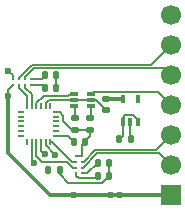
<source format=gtl>
G04 #@! TF.GenerationSoftware,KiCad,Pcbnew,9.0.4*
G04 #@! TF.CreationDate,2025-09-29T17:09:58+02:00*
G04 #@! TF.ProjectId,icm_20948_breakout,69636d5f-3230-4393-9438-5f627265616b,rev?*
G04 #@! TF.SameCoordinates,Original*
G04 #@! TF.FileFunction,Copper,L1,Top*
G04 #@! TF.FilePolarity,Positive*
%FSLAX46Y46*%
G04 Gerber Fmt 4.6, Leading zero omitted, Abs format (unit mm)*
G04 Created by KiCad (PCBNEW 9.0.4) date 2025-09-29 17:09:58*
%MOMM*%
%LPD*%
G01*
G04 APERTURE LIST*
G04 Aperture macros list*
%AMRoundRect*
0 Rectangle with rounded corners*
0 $1 Rounding radius*
0 $2 $3 $4 $5 $6 $7 $8 $9 X,Y pos of 4 corners*
0 Add a 4 corners polygon primitive as box body*
4,1,4,$2,$3,$4,$5,$6,$7,$8,$9,$2,$3,0*
0 Add four circle primitives for the rounded corners*
1,1,$1+$1,$2,$3*
1,1,$1+$1,$4,$5*
1,1,$1+$1,$6,$7*
1,1,$1+$1,$8,$9*
0 Add four rect primitives between the rounded corners*
20,1,$1+$1,$2,$3,$4,$5,0*
20,1,$1+$1,$4,$5,$6,$7,0*
20,1,$1+$1,$6,$7,$8,$9,0*
20,1,$1+$1,$8,$9,$2,$3,0*%
G04 Aperture macros list end*
G04 #@! TA.AperFunction,BGAPad,CuDef*
%ADD10C,0.265000*%
G04 #@! TD*
G04 #@! TA.AperFunction,SMDPad,CuDef*
%ADD11RoundRect,0.140000X0.140000X0.170000X-0.140000X0.170000X-0.140000X-0.170000X0.140000X-0.170000X0*%
G04 #@! TD*
G04 #@! TA.AperFunction,SMDPad,CuDef*
%ADD12RoundRect,0.140000X-0.140000X-0.170000X0.140000X-0.170000X0.140000X0.170000X-0.140000X0.170000X0*%
G04 #@! TD*
G04 #@! TA.AperFunction,SMDPad,CuDef*
%ADD13RoundRect,0.140000X0.170000X-0.140000X0.170000X0.140000X-0.170000X0.140000X-0.170000X-0.140000X0*%
G04 #@! TD*
G04 #@! TA.AperFunction,SMDPad,CuDef*
%ADD14RoundRect,0.050000X-0.225000X-0.050000X0.225000X-0.050000X0.225000X0.050000X-0.225000X0.050000X0*%
G04 #@! TD*
G04 #@! TA.AperFunction,SMDPad,CuDef*
%ADD15RoundRect,0.050000X0.050000X-0.225000X0.050000X0.225000X-0.050000X0.225000X-0.050000X-0.225000X0*%
G04 #@! TD*
G04 #@! TA.AperFunction,ComponentPad*
%ADD16R,1.700000X1.700000*%
G04 #@! TD*
G04 #@! TA.AperFunction,ComponentPad*
%ADD17C,1.700000*%
G04 #@! TD*
G04 #@! TA.AperFunction,SMDPad,CuDef*
%ADD18RoundRect,0.100000X0.100000X-0.225000X0.100000X0.225000X-0.100000X0.225000X-0.100000X-0.225000X0*%
G04 #@! TD*
G04 #@! TA.AperFunction,SMDPad,CuDef*
%ADD19RoundRect,0.087500X0.250000X0.087500X-0.250000X0.087500X-0.250000X-0.087500X0.250000X-0.087500X0*%
G04 #@! TD*
G04 #@! TA.AperFunction,ViaPad*
%ADD20C,0.600000*%
G04 #@! TD*
G04 #@! TA.AperFunction,Conductor*
%ADD21C,0.180000*%
G04 #@! TD*
G04 #@! TA.AperFunction,Conductor*
%ADD22C,0.300000*%
G04 #@! TD*
G04 APERTURE END LIST*
D10*
X124340000Y-83700000D03*
X124340000Y-84200000D03*
X123840000Y-83700000D03*
X123840000Y-84200000D03*
X123340000Y-83700000D03*
X123340000Y-84200000D03*
X122840000Y-83700000D03*
X122840000Y-84200000D03*
D11*
X126500000Y-84500000D03*
X125540000Y-84500000D03*
D12*
X128000000Y-89000000D03*
X128960000Y-89000000D03*
D11*
X132800000Y-88824999D03*
X131840000Y-88824999D03*
D13*
X130700000Y-86360000D03*
X130700000Y-85400000D03*
D12*
X125820000Y-91400000D03*
X126780000Y-91400000D03*
D14*
X123500000Y-86500000D03*
X123500000Y-86900000D03*
X123500000Y-87300000D03*
X123500000Y-87700000D03*
X123500000Y-88100000D03*
X123500000Y-88500000D03*
D15*
X124000000Y-89000000D03*
X124400000Y-89000000D03*
X124800000Y-89000000D03*
X125200000Y-89000000D03*
X125600000Y-89000000D03*
X126000000Y-89000000D03*
D14*
X126500000Y-88500000D03*
X126500000Y-88100000D03*
X126500000Y-87700000D03*
X126500000Y-87300000D03*
X126500000Y-86900000D03*
X126500000Y-86500000D03*
D15*
X126000000Y-86000000D03*
X125600000Y-86000000D03*
X125200000Y-86000000D03*
X124800000Y-86000000D03*
X124400000Y-86000000D03*
X124000000Y-86000000D03*
D11*
X130960000Y-91900000D03*
X130000000Y-91900000D03*
D13*
X129378500Y-87980000D03*
X129378500Y-87020000D03*
D10*
X128700000Y-91700000D03*
X128200000Y-91700000D03*
X128700000Y-91200000D03*
X128200000Y-91200000D03*
X128700000Y-90700000D03*
X128200000Y-90700000D03*
X128700000Y-90200000D03*
X128200000Y-90200000D03*
D16*
X136200000Y-93520000D03*
D17*
X136200000Y-90980000D03*
X136200000Y-88440000D03*
X136200000Y-85900000D03*
X136200000Y-83360000D03*
X136200000Y-80820000D03*
X136200000Y-78280000D03*
D13*
X128078500Y-87980000D03*
X128078500Y-87020000D03*
D18*
X132100000Y-87324999D03*
X132750000Y-87324999D03*
X133400000Y-87324999D03*
X133400000Y-85424999D03*
X132100000Y-85424999D03*
D11*
X130960000Y-90800000D03*
X130000000Y-90800000D03*
D19*
X129403500Y-85974006D03*
X129403500Y-85474006D03*
X129403500Y-84974006D03*
X127978500Y-84974006D03*
X127978500Y-85474006D03*
X127978500Y-85974006D03*
D11*
X126500000Y-83400000D03*
X125540000Y-83400000D03*
D20*
X126500000Y-83400000D03*
X126411416Y-90110000D03*
X130700000Y-86360000D03*
X132800000Y-88824999D03*
X122440000Y-83000000D03*
X130960000Y-90800000D03*
X128100000Y-87980000D03*
X131100000Y-93520000D03*
X130000000Y-90800000D03*
X131900000Y-93520000D03*
X128000000Y-89000000D03*
X129378500Y-87020000D03*
X131840000Y-88824999D03*
X125540000Y-83400000D03*
X122400000Y-85100000D03*
X128000000Y-93520000D03*
X130700000Y-85400000D03*
X124597451Y-90831838D03*
X130000000Y-91900000D03*
X128078500Y-87020000D03*
X125540000Y-84500000D03*
X125820000Y-91400000D03*
X125517194Y-90082806D03*
D21*
X126787922Y-86500000D02*
X127100000Y-86812078D01*
X130960000Y-91900000D02*
X130960000Y-90800000D01*
X129403500Y-85474006D02*
X129814006Y-85474006D01*
X128200000Y-90200000D02*
X128700000Y-90200000D01*
X128960000Y-89000000D02*
X128960000Y-88940000D01*
X122840000Y-83400000D02*
X122440000Y-83000000D01*
X126500000Y-83400000D02*
X126500000Y-84500000D01*
X122840000Y-83700000D02*
X122840000Y-83400000D01*
X125600000Y-86000000D02*
X125600000Y-85712078D01*
X128700000Y-89260000D02*
X128960000Y-89000000D01*
X127978500Y-85474006D02*
X129403500Y-85474006D01*
X128100000Y-87980000D02*
X128078500Y-87980000D01*
X129814006Y-85474006D02*
X130700000Y-86360000D01*
X132750000Y-87324999D02*
X132750000Y-88774999D01*
X125600000Y-89300000D02*
X126410000Y-90110000D01*
X127100000Y-87300000D02*
X127100000Y-86812078D01*
X126780000Y-91780000D02*
X127500000Y-92500000D01*
X126410000Y-90110000D02*
X126411416Y-90110000D01*
X127500000Y-92500000D02*
X130360000Y-92500000D01*
X125600000Y-85712078D02*
X125838072Y-85474006D01*
X132750000Y-88774999D02*
X132800000Y-88824999D01*
X128078500Y-87980000D02*
X127780000Y-87980000D01*
X126500000Y-86500000D02*
X126787922Y-86500000D01*
X125838072Y-85474006D02*
X127978500Y-85474006D01*
X128700000Y-90200000D02*
X128700000Y-89260000D01*
X130360000Y-92500000D02*
X130960000Y-91900000D01*
X129378500Y-88521500D02*
X129378500Y-87980000D01*
X128960000Y-88940000D02*
X129378500Y-88521500D01*
X125600000Y-89000000D02*
X125600000Y-89300000D01*
X127780000Y-87980000D02*
X127100000Y-87300000D01*
X129378500Y-87980000D02*
X128100000Y-87980000D01*
X126780000Y-91400000D02*
X126780000Y-91780000D01*
X125240000Y-83700000D02*
X125540000Y-83400000D01*
X133400000Y-87324999D02*
X133400000Y-87164981D01*
X127500000Y-88500000D02*
X128000000Y-89000000D01*
X122400000Y-84600000D02*
X122400000Y-85100000D01*
X132994018Y-86758999D02*
X132341001Y-86758999D01*
X126500000Y-88500000D02*
X127500000Y-88500000D01*
X132100000Y-87324999D02*
X132100000Y-88564999D01*
D22*
X128000000Y-93520000D02*
X125920000Y-93520000D01*
D21*
X132100000Y-87000000D02*
X132100000Y-87324999D01*
D22*
X122400000Y-90000000D02*
X122400000Y-85100000D01*
X136200000Y-93520000D02*
X131900000Y-93520000D01*
D21*
X124340000Y-83700000D02*
X125240000Y-83700000D01*
X128700000Y-91700000D02*
X129100000Y-91700000D01*
X129100000Y-91700000D02*
X130000000Y-90800000D01*
X132100000Y-88564999D02*
X131840000Y-88824999D01*
X129378500Y-85999006D02*
X129403500Y-85974006D01*
X122840000Y-84200000D02*
X122800000Y-84200000D01*
X129403500Y-85974006D02*
X129403500Y-86995000D01*
X122800000Y-84200000D02*
X122400000Y-84600000D01*
X132341001Y-86758999D02*
X132100000Y-87000000D01*
D22*
X125920000Y-93520000D02*
X122400000Y-90000000D01*
X131100000Y-93520000D02*
X128000000Y-93520000D01*
D21*
X133400000Y-87164981D02*
X132994018Y-86758999D01*
D22*
X131900000Y-93520000D02*
X131100000Y-93520000D01*
D21*
X129403500Y-86995000D02*
X129378500Y-87020000D01*
X129478500Y-86074006D02*
X129578500Y-85974006D01*
D22*
X130700000Y-85400000D02*
X132075001Y-85400000D01*
D21*
X124400000Y-89000000D02*
X124400000Y-90634387D01*
X125240000Y-84200000D02*
X125540000Y-84500000D01*
X129800000Y-92100000D02*
X130000000Y-91900000D01*
X128200000Y-91700000D02*
X128200000Y-91887383D01*
X128412617Y-92100000D02*
X129800000Y-92100000D01*
D22*
X132075001Y-85400000D02*
X132100000Y-85424999D01*
D21*
X128200000Y-91887383D02*
X128412617Y-92100000D01*
X124340000Y-84200000D02*
X125240000Y-84200000D01*
X128078500Y-86074006D02*
X127978500Y-85974006D01*
X124400000Y-90634387D02*
X124597451Y-90831838D01*
X128078500Y-87020000D02*
X128078500Y-86074006D01*
X134528000Y-82492000D02*
X136200000Y-80820000D01*
X123340000Y-83700000D02*
X123340000Y-83577039D01*
X124425039Y-82492000D02*
X134528000Y-82492000D01*
X123340000Y-83577039D02*
X124425039Y-82492000D01*
X136200000Y-85900000D02*
X135109000Y-84809000D01*
X135109000Y-84809000D02*
X129568506Y-84809000D01*
X129568506Y-84809000D02*
X129403500Y-84974006D01*
X135220000Y-90000000D02*
X136200000Y-90980000D01*
X129947304Y-90000000D02*
X135220000Y-90000000D01*
X128747304Y-91200000D02*
X129947304Y-90000000D01*
X128700000Y-91200000D02*
X128747304Y-91200000D01*
X124526308Y-82826308D02*
X124552617Y-82800000D01*
X135649000Y-82809000D02*
X136200000Y-83360000D01*
X123840000Y-83700000D02*
X123840000Y-83512617D01*
X124543616Y-82809000D02*
X135649000Y-82809000D01*
X124526308Y-82826308D02*
X124543616Y-82809000D01*
X123840000Y-83512617D02*
X124526308Y-82826308D01*
X128800000Y-90700000D02*
X129808000Y-89692000D01*
X129808000Y-89692000D02*
X134948000Y-89692000D01*
X134948000Y-89692000D02*
X136200000Y-88440000D01*
X128700000Y-90700000D02*
X128800000Y-90700000D01*
X124400000Y-86000000D02*
X124400000Y-85000000D01*
X124400000Y-85000000D02*
X123840000Y-84440000D01*
X123840000Y-84440000D02*
X123840000Y-84200000D01*
X124000000Y-85100000D02*
X123340000Y-84440000D01*
X123340000Y-84440000D02*
X123340000Y-84200000D01*
X124000000Y-86000000D02*
X124000000Y-85100000D01*
X128200000Y-91200000D02*
X127900223Y-91200000D01*
X124800000Y-90200000D02*
X124800000Y-89000000D01*
X127900223Y-91200000D02*
X127400223Y-90700000D01*
X127400223Y-90700000D02*
X125300000Y-90700000D01*
X125300000Y-90700000D02*
X124800000Y-90200000D01*
X126000000Y-89000000D02*
X126135801Y-89000000D01*
X127835801Y-90700000D02*
X128200000Y-90700000D01*
X126135801Y-89000000D02*
X127835801Y-90700000D01*
X127515007Y-85100000D02*
X127641001Y-84974006D01*
X124800000Y-85712078D02*
X125412078Y-85100000D01*
X127641001Y-84974006D02*
X127978500Y-84974006D01*
X124800000Y-86000000D02*
X124800000Y-85712078D01*
X125412078Y-85100000D02*
X127515007Y-85100000D01*
X125200000Y-89000000D02*
X125200000Y-89765612D01*
X125200000Y-89765612D02*
X125517194Y-90082806D01*
M02*

</source>
